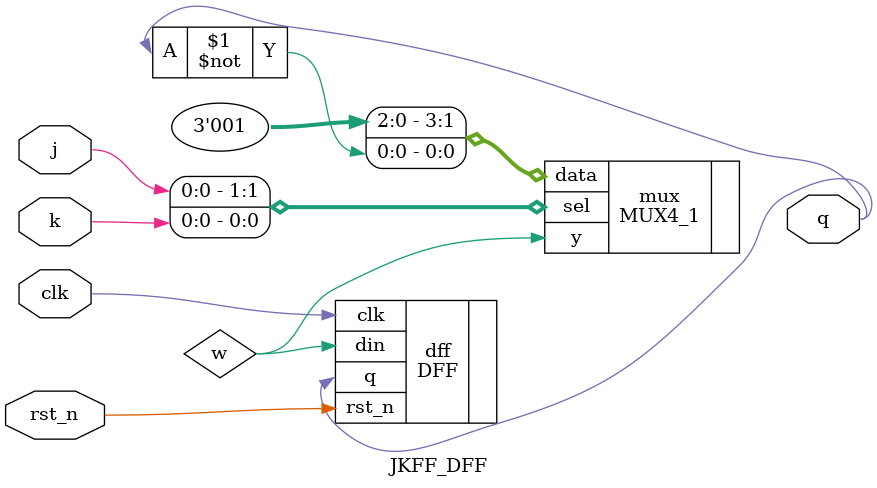
<source format=sv>
module JKFF_DFF(input j, k, clk, rst_n, output q);

    wire w;

    MUX4_1 mux(.data({1'b0, 1'b0, 1'b1, ~q}), .sel({j, k}), .y(w));
    DFF dff(.din(w), .rst_n(rst_n), .clk(clk), .q(q));

endmodule

</source>
